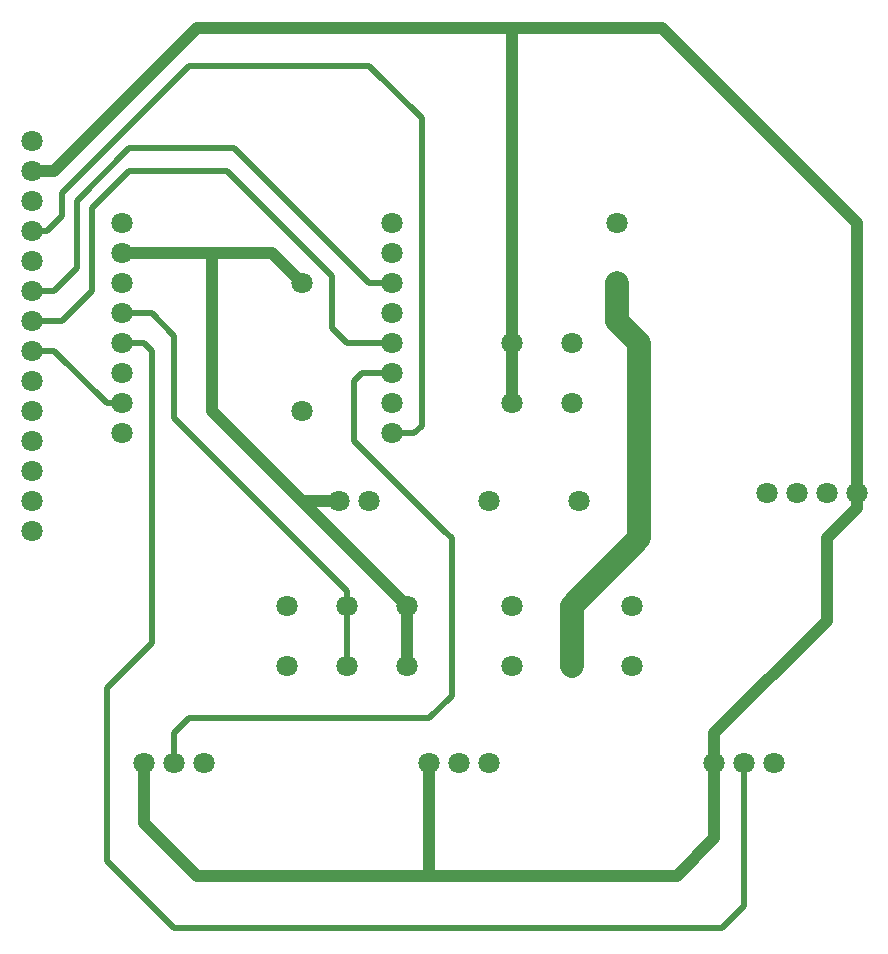
<source format=gbr>
G04 #@! TF.GenerationSoftware,KiCad,Pcbnew,(5.0.1)-3*
G04 #@! TF.CreationDate,2018-12-23T12:58:08+01:00*
G04 #@! TF.ProjectId,THERMOSTAT,544845524D4F535441542E6B69636164,rev?*
G04 #@! TF.SameCoordinates,Original*
G04 #@! TF.FileFunction,Copper,L2,Bot,Signal*
G04 #@! TF.FilePolarity,Positive*
%FSLAX46Y46*%
G04 Gerber Fmt 4.6, Leading zero omitted, Abs format (unit mm)*
G04 Created by KiCad (PCBNEW (5.0.1)-3) date 12/23/2018 12:58:08 PM*
%MOMM*%
%LPD*%
G01*
G04 APERTURE LIST*
G04 #@! TA.AperFunction,ComponentPad*
%ADD10C,1.800000*%
G04 #@! TD*
G04 #@! TA.AperFunction,Conductor*
%ADD11C,0.500000*%
G04 #@! TD*
G04 #@! TA.AperFunction,Conductor*
%ADD12C,1.000000*%
G04 #@! TD*
G04 #@! TA.AperFunction,Conductor*
%ADD13C,2.000000*%
G04 #@! TD*
G04 APERTURE END LIST*
D10*
G04 #@! TO.P,5VIN1,1*
G04 #@! TO.N,Net-(5VIN1-Pad1)*
X160020000Y-94615000D03*
X160020000Y-89535000D03*
G04 #@! TO.P,5VIN1,2*
G04 #@! TO.N,Net-(5VIN1-Pad2)*
X154940000Y-94615000D03*
X154940000Y-89535000D03*
G04 #@! TD*
G04 #@! TO.P,ESP1,16*
G04 #@! TO.N,Net-(ESP1-Pad16)*
X144780000Y-79375000D03*
G04 #@! TO.P,ESP1,15*
G04 #@! TO.N,Net-(ESP1-Pad15)*
X144780000Y-81915000D03*
G04 #@! TO.P,ESP1,14*
G04 #@! TO.N,Net-(ESP1-Pad14)*
X144780000Y-84455000D03*
G04 #@! TO.P,ESP1,13*
G04 #@! TO.N,Net-(ESP1-Pad13)*
X144780000Y-86995000D03*
G04 #@! TO.P,ESP1,12*
G04 #@! TO.N,Net-(ESP1-Pad12)*
X144780000Y-89535000D03*
G04 #@! TO.P,ESP1,11*
G04 #@! TO.N,Net-(ESP1-Pad11)*
X144780000Y-92075000D03*
G04 #@! TO.P,ESP1,10*
G04 #@! TO.N,Net-(ESP1-Pad10)*
X144780000Y-94615000D03*
G04 #@! TO.P,ESP1,9*
G04 #@! TO.N,Net-(ESP1-Pad9)*
X144780000Y-97155000D03*
G04 #@! TO.P,ESP1,8*
G04 #@! TO.N,Net-(5VIN1-Pad1)*
X121920000Y-79375000D03*
G04 #@! TO.P,ESP1,7*
G04 #@! TO.N,Net-(5VIN1-Pad2)*
X121920000Y-81915000D03*
G04 #@! TO.P,ESP1,6*
G04 #@! TO.N,Net-(ESP1-Pad6)*
X121920000Y-84455000D03*
G04 #@! TO.P,ESP1,5*
G04 #@! TO.N,Net-(DHT1-Pad2)*
X121920000Y-86995000D03*
G04 #@! TO.P,ESP1,4*
G04 #@! TO.N,Net-(ESP1-Pad4)*
X121920000Y-89535000D03*
G04 #@! TO.P,ESP1,3*
G04 #@! TO.N,Net-(ESP1-Pad3)*
X121920000Y-92075000D03*
G04 #@! TO.P,ESP1,2*
G04 #@! TO.N,Net-(ESP1-Pad2)*
X121920000Y-94615000D03*
G04 #@! TO.P,ESP1,1*
G04 #@! TO.N,Net-(ESP1-Pad1)*
X121920000Y-97155000D03*
G04 #@! TD*
G04 #@! TO.P,TouchMenu1,3*
G04 #@! TO.N,Net-(5VIN1-Pad2)*
X147955000Y-125095000D03*
G04 #@! TO.P,TouchMenu1,2*
G04 #@! TO.N,Net-(ESP1-Pad13)*
X150495000Y-125095000D03*
G04 #@! TO.P,TouchMenu1,1*
G04 #@! TO.N,Net-(5VIN1-Pad1)*
X153035000Y-125095000D03*
G04 #@! TD*
G04 #@! TO.P,DHTEXT1,3*
G04 #@! TO.N,Net-(5VIN1-Pad2)*
X146050000Y-116840000D03*
G04 #@! TO.P,DHTEXT1,2*
G04 #@! TO.N,Net-(DHT1-Pad2)*
X140970000Y-116840000D03*
G04 #@! TO.P,DHTEXT1,1*
G04 #@! TO.N,Net-(5VIN1-Pad1)*
X135890000Y-116840000D03*
G04 #@! TO.P,DHTEXT1,3*
G04 #@! TO.N,Net-(5VIN1-Pad2)*
X146050000Y-111760000D03*
G04 #@! TO.P,DHTEXT1,2*
G04 #@! TO.N,Net-(DHT1-Pad2)*
X140970000Y-111760000D03*
G04 #@! TO.P,DHTEXT1,1*
G04 #@! TO.N,Net-(5VIN1-Pad1)*
X135890000Y-111760000D03*
G04 #@! TD*
G04 #@! TO.P,TERMINAL1,3*
G04 #@! TO.N,Net-(ACDC1-Pad2)*
X165100000Y-116840000D03*
G04 #@! TO.P,TERMINAL1,2*
G04 #@! TO.N,Net-(ACDC1-Pad1)*
X160020000Y-116840000D03*
G04 #@! TO.P,TERMINAL1,1*
G04 #@! TO.N,Net-(OMRON1-Pad2)*
X154940000Y-116840000D03*
G04 #@! TO.P,TERMINAL1,3*
G04 #@! TO.N,Net-(ACDC1-Pad2)*
X165100000Y-111760000D03*
G04 #@! TO.P,TERMINAL1,2*
G04 #@! TO.N,Net-(ACDC1-Pad1)*
X160020000Y-111760000D03*
G04 #@! TO.P,TERMINAL1,1*
G04 #@! TO.N,Net-(OMRON1-Pad2)*
X154940000Y-111760000D03*
G04 #@! TD*
G04 #@! TO.P,ACDC1,3*
G04 #@! TO.N,Net-(5VIN1-Pad2)*
X137160000Y-84455000D03*
G04 #@! TO.P,ACDC1,4*
G04 #@! TO.N,Net-(5VIN1-Pad1)*
X137160000Y-95250000D03*
G04 #@! TO.P,ACDC1,1*
G04 #@! TO.N,Net-(ACDC1-Pad1)*
X163830000Y-84455000D03*
G04 #@! TO.P,ACDC1,2*
G04 #@! TO.N,Net-(ACDC1-Pad2)*
X163830000Y-79375000D03*
G04 #@! TD*
G04 #@! TO.P,TouchUp1,3*
G04 #@! TO.N,Net-(5VIN1-Pad2)*
X172085000Y-125095000D03*
G04 #@! TO.P,TouchUp1,2*
G04 #@! TO.N,Net-(ESP1-Pad4)*
X174625000Y-125095000D03*
G04 #@! TO.P,TouchUp1,1*
G04 #@! TO.N,Net-(5VIN1-Pad1)*
X177165000Y-125095000D03*
G04 #@! TD*
G04 #@! TO.P,DHT1,4*
G04 #@! TO.N,Net-(5VIN1-Pad2)*
X184150000Y-102235000D03*
G04 #@! TO.P,DHT1,3*
G04 #@! TO.N,Net-(DHT1-Pad3)*
X181610000Y-102235000D03*
G04 #@! TO.P,DHT1,2*
G04 #@! TO.N,Net-(DHT1-Pad2)*
X179070000Y-102235000D03*
G04 #@! TO.P,DHT1,1*
G04 #@! TO.N,Net-(5VIN1-Pad1)*
X176530000Y-102235000D03*
G04 #@! TD*
G04 #@! TO.P,TouchDown1,3*
G04 #@! TO.N,Net-(5VIN1-Pad2)*
X123825000Y-125095000D03*
G04 #@! TO.P,TouchDown1,2*
G04 #@! TO.N,Net-(ESP1-Pad11)*
X126365000Y-125095000D03*
G04 #@! TO.P,TouchDown1,1*
G04 #@! TO.N,Net-(5VIN1-Pad1)*
X128905000Y-125095000D03*
G04 #@! TD*
G04 #@! TO.P,TFT1,14*
G04 #@! TO.N,Net-(TFT1-Pad14)*
X114300000Y-105410000D03*
G04 #@! TO.P,TFT1,13*
G04 #@! TO.N,Net-(TFT1-Pad13)*
X114300000Y-102870000D03*
G04 #@! TO.P,TFT1,12*
G04 #@! TO.N,Net-(TFT1-Pad12)*
X114300000Y-100330000D03*
G04 #@! TO.P,TFT1,11*
G04 #@! TO.N,Net-(TFT1-Pad11)*
X114300000Y-97790000D03*
G04 #@! TO.P,TFT1,10*
G04 #@! TO.N,Net-(TFT1-Pad10)*
X114300000Y-95250000D03*
G04 #@! TO.P,TFT1,9*
G04 #@! TO.N,Net-(TFT1-Pad9)*
X114300000Y-92710000D03*
G04 #@! TO.P,TFT1,8*
G04 #@! TO.N,Net-(ESP1-Pad2)*
X114300000Y-90170000D03*
G04 #@! TO.P,TFT1,7*
G04 #@! TO.N,Net-(ESP1-Pad12)*
X114300000Y-87630000D03*
G04 #@! TO.P,TFT1,6*
G04 #@! TO.N,Net-(ESP1-Pad14)*
X114300000Y-85090000D03*
G04 #@! TO.P,TFT1,5*
G04 #@! TO.N,Net-(ESP1-Pad6)*
X114300000Y-82550000D03*
G04 #@! TO.P,TFT1,4*
G04 #@! TO.N,Net-(ESP1-Pad9)*
X114300000Y-80010000D03*
G04 #@! TO.P,TFT1,3*
G04 #@! TO.N,Net-(ESP1-Pad3)*
X114300000Y-77470000D03*
G04 #@! TO.P,TFT1,2*
G04 #@! TO.N,Net-(5VIN1-Pad2)*
X114300000Y-74930000D03*
G04 #@! TO.P,TFT1,1*
G04 #@! TO.N,Net-(5VIN1-Pad1)*
X114300000Y-72390000D03*
G04 #@! TD*
G04 #@! TO.P,OMRON1,4*
G04 #@! TO.N,Net-(5VIN1-Pad2)*
X140335000Y-102870000D03*
G04 #@! TO.P,OMRON1,3*
G04 #@! TO.N,Net-(ESP1-Pad15)*
X142875000Y-102870000D03*
G04 #@! TO.P,OMRON1,2*
G04 #@! TO.N,Net-(OMRON1-Pad2)*
X153035000Y-102870000D03*
G04 #@! TO.P,OMRON1,1*
G04 #@! TO.N,Net-(ACDC1-Pad2)*
X160655000Y-102870000D03*
G04 #@! TD*
D11*
G04 #@! TO.N,Net-(ESP1-Pad2)*
X115570000Y-90170000D02*
X116205000Y-90170000D01*
X114300000Y-90170000D02*
X115570000Y-90170000D01*
X116205000Y-90170000D02*
X120650000Y-94615000D01*
X120650000Y-94615000D02*
X121920000Y-94615000D01*
G04 #@! TO.N,Net-(ESP1-Pad4)*
X174625000Y-126367792D02*
X174625000Y-125095000D01*
X174625000Y-137160000D02*
X174625000Y-126367792D01*
X172720000Y-139065000D02*
X174625000Y-137160000D01*
X126365000Y-139065000D02*
X172720000Y-139065000D01*
X120650000Y-118745000D02*
X120650000Y-133350000D01*
X120650000Y-133350000D02*
X126365000Y-139065000D01*
X123825000Y-89535000D02*
X124460000Y-90170000D01*
X121920000Y-89535000D02*
X123825000Y-89535000D01*
X124460000Y-90170000D02*
X124460000Y-114935000D01*
X124460000Y-114935000D02*
X120650000Y-118745000D01*
G04 #@! TO.N,Net-(DHT1-Pad2)*
X134620000Y-104140000D02*
X126365000Y-95885000D01*
X124460000Y-86995000D02*
X126365000Y-88900000D01*
X126365000Y-95885000D02*
X126365000Y-88900000D01*
X124460000Y-86995000D02*
X121920000Y-86995000D01*
X134620000Y-104140000D02*
X140970000Y-110490000D01*
X140970000Y-110490000D02*
X140970000Y-116840000D01*
G04 #@! TO.N,Net-(ESP1-Pad9)*
X114300000Y-80010000D02*
X114935000Y-80010000D01*
X115570000Y-80010000D02*
X116840000Y-78740000D01*
X115570000Y-80010000D02*
X114935000Y-80010000D01*
X116840000Y-78740000D02*
X116840000Y-76835000D01*
X116840000Y-76835000D02*
X127635000Y-66040000D01*
X144780000Y-97155000D02*
X146685000Y-97155000D01*
X146685000Y-97155000D02*
X147320000Y-96520000D01*
X147320000Y-96520000D02*
X147320000Y-70485000D01*
X142875000Y-66040000D02*
X127635000Y-66040000D01*
X147320000Y-70485000D02*
X142875000Y-66040000D01*
G04 #@! TO.N,Net-(ESP1-Pad11)*
X126365000Y-122555000D02*
X127635000Y-121285000D01*
X126365000Y-125095000D02*
X126365000Y-122555000D01*
X147955000Y-121285000D02*
X149860000Y-119380000D01*
X127635000Y-121285000D02*
X147955000Y-121285000D01*
X149860000Y-106045000D02*
X149225000Y-105410000D01*
X149860000Y-106045000D02*
X149860000Y-119380000D01*
X144780000Y-92075000D02*
X142240000Y-92075000D01*
X142240000Y-92075000D02*
X141605000Y-92710000D01*
X149225000Y-105410000D02*
X141605000Y-97790000D01*
X141605000Y-92710000D02*
X141605000Y-97790000D01*
G04 #@! TO.N,Net-(ESP1-Pad12)*
X116840000Y-87630000D02*
X119380000Y-85090000D01*
X116840000Y-87630000D02*
X114300000Y-87630000D01*
X119380000Y-85090000D02*
X119380000Y-78105000D01*
X122555000Y-74930000D02*
X130810000Y-74930000D01*
X119380000Y-78105000D02*
X122555000Y-74930000D01*
X130810000Y-74930000D02*
X139700000Y-83820000D01*
X139700000Y-83820000D02*
X139700000Y-88265000D01*
X139700000Y-88265000D02*
X140970000Y-89535000D01*
X140970000Y-89535000D02*
X144780000Y-89535000D01*
G04 #@! TO.N,Net-(ESP1-Pad14)*
X116205000Y-85090000D02*
X116840000Y-84455000D01*
X114300000Y-85090000D02*
X116205000Y-85090000D01*
X116840000Y-84455000D02*
X118110000Y-83185000D01*
X118110000Y-83185000D02*
X118110000Y-77470000D01*
X118110000Y-77470000D02*
X122555000Y-73025000D01*
X142875000Y-84455000D02*
X144780000Y-84455000D01*
X122555000Y-73025000D02*
X131445000Y-73025000D01*
X131445000Y-73025000D02*
X142875000Y-84455000D01*
D12*
G04 #@! TO.N,Net-(5VIN1-Pad2)*
X123825000Y-125095000D02*
X123825000Y-130175000D01*
X123825000Y-130175000D02*
X128270000Y-134620000D01*
X168910000Y-134620000D02*
X172085000Y-131445000D01*
X172085000Y-131445000D02*
X172085000Y-125095000D01*
X184150000Y-103505000D02*
X184150000Y-102235000D01*
X116205000Y-74930000D02*
X114300000Y-74930000D01*
X128270000Y-62865000D02*
X116205000Y-74930000D01*
X147955000Y-125095000D02*
X147955000Y-134620000D01*
X128270000Y-134620000D02*
X147955000Y-134620000D01*
X147955000Y-134620000D02*
X168910000Y-134620000D01*
X130175000Y-81915000D02*
X132080000Y-81915000D01*
X172085000Y-125095000D02*
X172085000Y-122555000D01*
X181610000Y-113030000D02*
X181610000Y-106045000D01*
X172085000Y-122555000D02*
X181610000Y-113030000D01*
X181610000Y-106045000D02*
X184150000Y-103505000D01*
X167640000Y-62865000D02*
X184150000Y-79375000D01*
X166370000Y-62865000D02*
X167640000Y-62865000D01*
X184150000Y-102235000D02*
X184150000Y-79375000D01*
X137160000Y-84455000D02*
X134620000Y-81915000D01*
X154940000Y-94615000D02*
X154940000Y-89535000D01*
X154940000Y-89535000D02*
X154940000Y-87630000D01*
X154940000Y-87630000D02*
X154940000Y-62865000D01*
X166370000Y-62865000D02*
X154940000Y-62865000D01*
X154940000Y-62865000D02*
X128270000Y-62865000D01*
X134620000Y-81915000D02*
X130810000Y-81915000D01*
X130810000Y-81915000D02*
X130175000Y-81915000D01*
X121920000Y-81915000D02*
X126365000Y-81915000D01*
X129540000Y-85090000D02*
X129540000Y-81915000D01*
X126365000Y-81915000D02*
X129540000Y-81915000D01*
X129540000Y-81915000D02*
X130810000Y-81915000D01*
X146050000Y-116840000D02*
X146050000Y-111760000D01*
X146050000Y-111760000D02*
X140335000Y-106045000D01*
X129540000Y-95250000D02*
X129540000Y-92075000D01*
X129540000Y-93980000D02*
X129540000Y-92075000D01*
X129540000Y-92075000D02*
X129540000Y-85090000D01*
X137160000Y-102870000D02*
X140335000Y-102870000D01*
X140335000Y-106045000D02*
X137160000Y-102870000D01*
X137160000Y-102870000D02*
X129540000Y-95250000D01*
D13*
G04 #@! TO.N,Net-(ACDC1-Pad1)*
X163830000Y-84455000D02*
X163830000Y-87630000D01*
X163830000Y-87630000D02*
X165735000Y-89535000D01*
X160020000Y-116840000D02*
X160020000Y-111760000D01*
X165735000Y-106045000D02*
X165735000Y-103505000D01*
X160020000Y-111760000D02*
X165735000Y-106045000D01*
X165735000Y-89535000D02*
X165735000Y-103505000D01*
X165735000Y-103505000D02*
X165735000Y-104775000D01*
G04 #@! TD*
M02*

</source>
